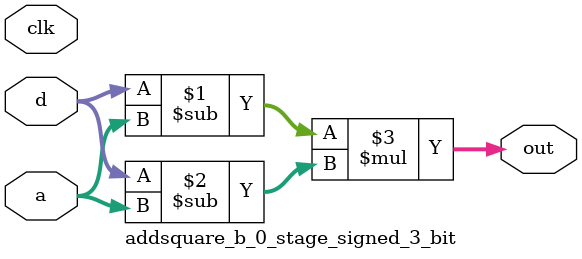
<source format=sv>
(* use_dsp = "yes" *) module addsquare_b_0_stage_signed_3_bit(
	input signed [2:0] a,
	input signed [2:0] d,
	output [2:0] out,
	input clk);

	assign out = (d - a) * (d - a);
endmodule

</source>
